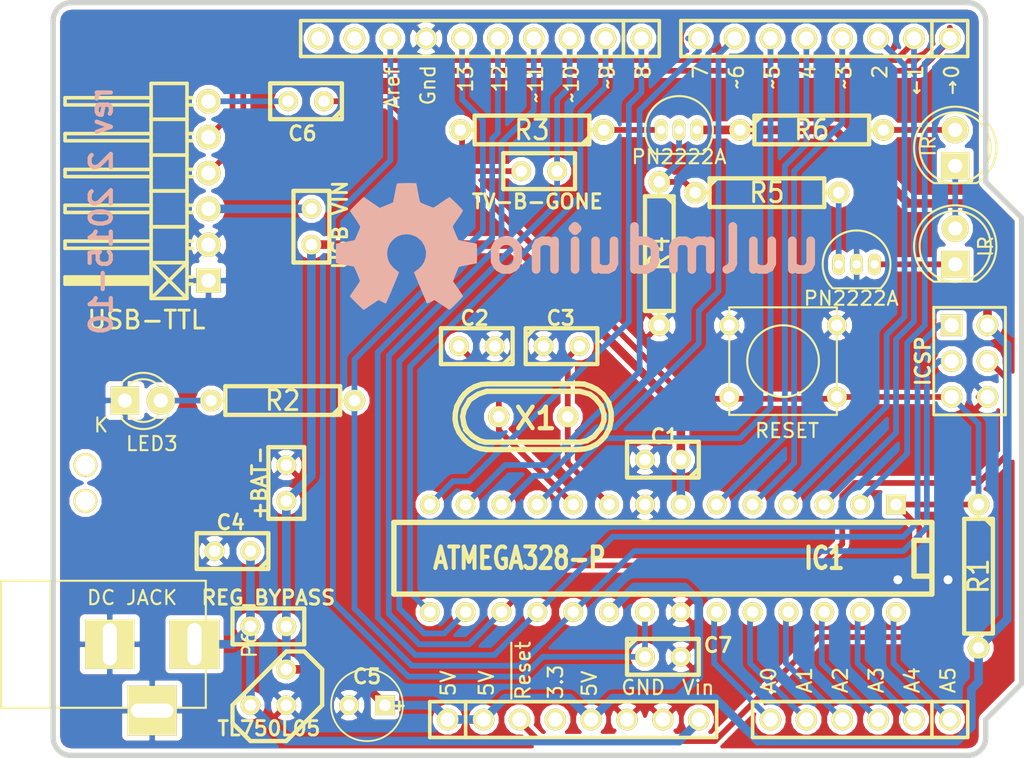
<source format=kicad_pcb>
(kicad_pcb (version 4) (host pcbnew 0.201510120346+6260~30~ubuntu14.04.1-product)
  (title_block (title uulmduino) (date 2015-10-12) (rev v2_0.95) (company "Uni Ulm, Fakultät IN, Die WissenSchaffer") (comment 1 "Based on Diavolino by Evil Mad Scientists") (comment 2 "Released as Free/Open Hardware"))
  (layers (0 Front signal) (31 Back signal) (34 B.Paste user) (35 F.Paste user) (36 B.SilkS user) (37 F.SilkS user) (38 B.Mask user) (39 F.Mask user) (44 Edge.Cuts user))
  (net 0 "")
  (net 1 5V)
  (net 2 AD4/SDA)
  (net 3 AD5/SCL)
  (net 4 GND)
  (net 5 IO11/MOSI)
  (net 6 IO12/MISO)
  (net 7 IO13/SCK)
  (net 8 RESET)
  (net 9 "Net-(C2-Pad2)")
  (net 10 "Net-(C3-Pad2)")
  (net 11 AREF)
  (net 12 VIN)
  (net 13 IO0)
  (net 14 IO1)
  (net 15 IO2)
  (net 16 IO3)
  (net 17 IO4)
  (net 18 IO5)
  (net 19 IO6)
  (net 20 IO7)
  (net 21 IO8)
  (net 22 IO9)
  (net 23 IO10/SS)
  (net 24 AD0)
  (net 25 AD1)
  (net 26 AD2)
  (net 27 AD3)
  (net 28 "Net-(J1-Pad3)")
  (net 29 "Net-(JP2-Pad2)")
  (net 30 "Net-(LED1-Pad1)")
  (net 31 3.3V)
  (net 32 "Net-(Q1-Pad2)")
  (net 33 "Net-(C6-Pad2)")
  (net 34 "Net-(LED1-Pad2)")
  (net 35 "Net-(P1-Pad10)")
  (net 36 "Net-(P1-Pad9)")
  (net 37 "Net-(LED2-Pad1)")
  (net 38 "Net-(LED3-Pad2)")
  (net 39 "Net-(Q1-Pad1)")
  (net 40 "Net-(Q2-Pad1)")
  (module LOGO (layer Back) (at 95.758 45.72)
    (fp_text reference G*** hide)
    (fp_text value LOGO hide)
  )
  (module Discret:C1 (layer Front) (at 113.919 60.833 180)
    (fp_text reference C1 (at -0.127 1.651 180) (layer F.SilkS) (effects (font (size 1.016 1.016) (thickness 0.2032))))
    (fp_text value 0.1µF hide)
    (pad 1 thru_hole circle (at -1.27 0 180) (size 1.397 1.397) (drill 0.8128) (layers *.Cu *.Mask F.SilkS) (net 1 5V))
    (pad 2 thru_hole circle (at 1.27 0 180) (size 1.397 1.397) (drill 0.8128) (layers *.Cu *.Mask F.SilkS) (net 4 GND))
  )
  (module Discret:C1 (layer Front) (at 100.739 52.788 180)
    (fp_text reference C2 (at 0.155 1.988 180) (layer F.SilkS) (effects (font (size 1.016 1.016) (thickness 0.2032))))
    (fp_text value 18pF hide)
    (pad 1 thru_hole circle (at -1.27 0 180) (size 1.397 1.397) (drill 0.8128) (layers *.Cu *.Mask F.SilkS) (net 4 GND))
    (pad 2 thru_hole circle (at 1.27 0 180) (size 1.397 1.397) (drill 0.8128) (layers *.Cu *.Mask F.SilkS) (net 9 "Net-(C2-Pad2)"))
  )
  (module Discret:C1 (layer Front) (at 106.739 52.788)
    (fp_text reference C3 (at -0.059 -1.988) (layer F.SilkS) (effects (font (size 1.016 1.016) (thickness 0.2032))))
    (fp_text value 18pF hide)
    (pad 1 thru_hole circle (at -1.27 0) (size 1.397 1.397) (drill 0.8128) (layers *.Cu *.Mask F.SilkS) (net 4 GND))
    (pad 2 thru_hole circle (at 1.27 0) (size 1.397 1.397) (drill 0.8128) (layers *.Cu *.Mask F.SilkS) (net 10 "Net-(C3-Pad2)"))
  )
  (module Discret:C1 (layer Front) (at 83.439 67.31 180)
    (fp_text reference C4 (at 0.127 2.032 180) (layer F.SilkS) (effects (font (size 1.016 1.016) (thickness 0.2032))))
    (fp_text value 0.1µF hide)
    (pad 1 thru_hole circle (at -1.27 0 180) (size 1.397 1.397) (drill 0.8128) (layers *.Cu *.Mask F.SilkS) (net 12 VIN))
    (pad 2 thru_hole circle (at 1.27 0 180) (size 1.397 1.397) (drill 0.8128) (layers *.Cu *.Mask F.SilkS) (net 4 GND))
  )
  (module Discret:C1 (layer Front) (at 88.646 35.433 180)
    (fp_text reference C6 (at 0.254 -2.286 180) (layer F.SilkS) (effects (font (size 1.016 1.016) (thickness 0.2032))))
    (fp_text value 0.1µF hide)
    (pad 1 thru_hole circle (at -1.27 0 180) (size 1.397 1.397) (drill 0.8128) (layers *.Cu *.Mask F.SilkS) (net 8 RESET))
    (pad 2 thru_hole circle (at 1.27 0 180) (size 1.397 1.397) (drill 0.8128) (layers *.Cu *.Mask F.SilkS) (net 33 "Net-(C6-Pad2)"))
  )
  (module Discret:C1 (layer Front) (at 113.919 74.803)
    (fp_text reference C7 (at 3.901 -0.823) (layer F.SilkS) (effects (font (size 1.016 1.016) (thickness 0.2032))))
    (fp_text value 0.1µF hide)
    (pad 1 thru_hole circle (at -1.27 0) (size 1.397 1.397) (drill 0.8128) (layers *.Cu *.Mask F.SilkS) (net 11 AREF))
    (pad 2 thru_hole circle (at 1.27 0) (size 1.397 1.397) (drill 0.8128) (layers *.Cu *.Mask F.SilkS) (net 4 GND))
  )
  (module Sockets_DIP:DIP-28__300 (layer Front) (at 113.919 67.818 180)
    (fp_text reference IC1 (at -11.43 0 180) (layer F.SilkS) (effects (font (size 1.524 1.143) (thickness 0.3048))))
    (fp_text value ATMEGA328-P (at 10.16 0 180) (layer F.SilkS) (effects (font (size 1.524 1.143) (thickness 0.3048))))
    (pad 2 thru_hole circle (at -13.97 3.81 180) (size 1.397 1.397) (drill 0.8128) (layers *.Cu *.Mask F.SilkS) (net 13 IO0))
    (pad 3 thru_hole circle (at -11.43 3.81 180) (size 1.397 1.397) (drill 0.8128) (layers *.Cu *.Mask F.SilkS) (net 14 IO1))
    (pad 4 thru_hole circle (at -8.89 3.81 180) (size 1.397 1.397) (drill 0.8128) (layers *.Cu *.Mask F.SilkS) (net 15 IO2))
    (pad 5 thru_hole circle (at -6.35 3.81 180) (size 1.397 1.397) (drill 0.8128) (layers *.Cu *.Mask F.SilkS) (net 16 IO3))
    (pad 6 thru_hole circle (at -3.81 3.81 180) (size 1.397 1.397) (drill 0.8128) (layers *.Cu *.Mask F.SilkS) (net 17 IO4))
    (pad 7 thru_hole circle (at -1.27 3.81 180) (size 1.397 1.397) (drill 0.8128) (layers *.Cu *.Mask F.SilkS) (net 1 5V))
    (pad 8 thru_hole circle (at 1.27 3.81 180) (size 1.397 1.397) (drill 0.8128) (layers *.Cu *.Mask F.SilkS) (net 4 GND))
    (pad 9 thru_hole circle (at 3.81 3.81 180) (size 1.397 1.397) (drill 0.8128) (layers *.Cu *.Mask F.SilkS) (net 10 "Net-(C3-Pad2)"))
    (pad 10 thru_hole circle (at 6.35 3.81 180) (size 1.397 1.397) (drill 0.8128) (layers *.Cu *.Mask F.SilkS) (net 9 "Net-(C2-Pad2)"))
    (pad 11 thru_hole circle (at 8.89 3.81 180) (size 1.397 1.397) (drill 0.8128) (layers *.Cu *.Mask F.SilkS) (net 18 IO5))
    (pad 12 thru_hole circle (at 11.43 3.81 180) (size 1.397 1.397) (drill 0.8128) (layers *.Cu *.Mask F.SilkS) (net 19 IO6))
    (pad 13 thru_hole circle (at 13.97 3.81 180) (size 1.397 1.397) (drill 0.8128) (layers *.Cu *.Mask F.SilkS) (net 20 IO7))
    (pad 14 thru_hole circle (at 16.51 3.81 180) (size 1.397 1.397) (drill 0.8128) (layers *.Cu *.Mask F.SilkS) (net 21 IO8))
    (pad 1 thru_hole rect (at -16.51 3.81 180) (size 1.397 1.397) (drill 0.8128) (layers *.Cu *.Mask F.SilkS) (net 8 RESET))
    (pad 15 thru_hole circle (at 16.51 -3.81 180) (size 1.397 1.397) (drill 0.8128) (layers *.Cu *.Mask F.SilkS) (net 22 IO9))
    (pad 16 thru_hole circle (at 13.97 -3.81 180) (size 1.397 1.397) (drill 0.8128) (layers *.Cu *.Mask F.SilkS) (net 23 IO10/SS))
    (pad 17 thru_hole circle (at 11.43 -3.81 180) (size 1.397 1.397) (drill 0.8128) (layers *.Cu *.Mask F.SilkS) (net 5 IO11/MOSI))
    (pad 18 thru_hole circle (at 8.89 -3.81 180) (size 1.397 1.397) (drill 0.8128) (layers *.Cu *.Mask F.SilkS) (net 6 IO12/MISO))
    (pad 19 thru_hole circle (at 6.35 -3.81 180) (size 1.397 1.397) (drill 0.8128) (layers *.Cu *.Mask F.SilkS) (net 7 IO13/SCK))
    (pad 20 thru_hole circle (at 3.81 -3.81 180) (size 1.397 1.397) (drill 0.8128) (layers *.Cu *.Mask F.SilkS) (net 1 5V))
    (pad 21 thru_hole circle (at 1.27 -3.81 180) (size 1.397 1.397) (drill 0.8128) (layers *.Cu *.Mask F.SilkS) (net 11 AREF))
    (pad 22 thru_hole circle (at -1.27 -3.81 180) (size 1.397 1.397) (drill 0.8128) (layers *.Cu *.Mask F.SilkS) (net 4 GND))
    (pad 23 thru_hole circle (at -3.81 -3.81 180) (size 1.397 1.397) (drill 0.8128) (layers *.Cu *.Mask F.SilkS) (net 24 AD0))
    (pad 24 thru_hole circle (at -6.35 -3.81 180) (size 1.397 1.397) (drill 0.8128) (layers *.Cu *.Mask F.SilkS) (net 25 AD1))
    (pad 25 thru_hole circle (at -8.89 -3.81 180) (size 1.397 1.397) (drill 0.8128) (layers *.Cu *.Mask F.SilkS) (net 26 AD2))
    (pad 26 thru_hole circle (at -11.43 -3.81 180) (size 1.397 1.397) (drill 0.8128) (layers *.Cu *.Mask F.SilkS) (net 27 AD3))
    (pad 27 thru_hole circle (at -13.97 -3.81 180) (size 1.397 1.397) (drill 0.8128) (layers *.Cu *.Mask F.SilkS) (net 2 AD4/SDA))
    (pad 28 thru_hole circle (at -16.51 -3.81 180) (size 1.397 1.397) (drill 0.8128) (layers *.Cu *.Mask F.SilkS) (net 3 AD5/SCL))
  )
  (module Pin_Headers:Pin_Header_Angled_1x06 (layer Front) (at 81.739 41.788 90)
    (fp_text reference USB-TTL (at -9.139 -4.396 180) (layer F.SilkS) (effects (font (size 1.27 1.27) (thickness 0.2032))))
    (fp_text value CONN_6 hide)
    (pad 1 thru_hole rect (at -6.35 0 90) (size 1.7272 1.7272) (drill 1.016) (layers *.Cu *.Mask F.SilkS) (net 4 GND))
    (pad 2 thru_hole circle (at -3.81 0 90) (size 1.7272 1.7272) (drill 1.016) (layers *.Cu *.Mask F.SilkS) (net 4 GND))
    (pad 3 thru_hole circle (at -1.27 0 90) (size 1.7272 1.7272) (drill 1.016) (layers *.Cu *.Mask F.SilkS) (net 28 "Net-(J1-Pad3)"))
    (pad 4 thru_hole circle (at 1.27 0 90) (size 1.7272 1.7272) (drill 1.016) (layers *.Cu *.Mask F.SilkS) (net 13 IO0))
    (pad 5 thru_hole circle (at 3.81 0 90) (size 1.7272 1.7272) (drill 1.016) (layers *.Cu *.Mask F.SilkS) (net 14 IO1))
    (pad 6 thru_hole circle (at 6.35 0 90) (size 1.7272 1.7272) (drill 1.016) (layers *.Cu *.Mask F.SilkS) (net 33 "Net-(C6-Pad2)"))
  )
  (module Connect:SIL-2 (layer Front) (at 89.027 44.323 270)
    (fp_text reference "USB VIN" (at -0.127 -2.032 270) (layer F.SilkS) (effects (font (size 1.016 1.016) (thickness 0.2032))))
    (fp_text value "VCC USB" hide)
    (pad 1 thru_hole circle (at -1.27 0 270) (size 1.397 1.397) (drill 0.8128) (layers *.Cu *.Mask F.SilkS) (net 28 "Net-(J1-Pad3)"))
    (pad 2 thru_hole circle (at 1.27 0 270) (size 1.397 1.397) (drill 0.8128) (layers *.Cu *.Mask F.SilkS) (net 1 5V))
  )
  (module Connect:SIL-2 (layer Front) (at 105.156 40.386 180)
    (fp_text reference TV-B-GONE (at 0.127 -2.159 180) (layer F.SilkS) (effects (font (size 1.016 1.016) (thickness 0.2032))))
    (fp_text value TV_B_GONE hide)
    (pad 1 thru_hole circle (at -1.27 0 180) (size 1.397 1.397) (drill 0.8128) (layers *.Cu *.Mask F.SilkS) (net 23 IO10/SS))
    (pad 2 thru_hole circle (at 1.27 0 180) (size 1.397 1.397) (drill 0.8128) (layers *.Cu *.Mask F.SilkS) (net 29 "Net-(JP2-Pad2)"))
  )
  (module Connect:SIL-2 (layer Front) (at 85.979 72.644)
    (fp_text reference REG_BYPASS (at 0 -2.032) (layer F.SilkS) (effects (font (size 1.016 1.016) (thickness 0.2032))))
    (fp_text value "Regulator bypass" hide)
    (pad 1 thru_hole circle (at -1.27 0) (size 1.397 1.397) (drill 0.8128) (layers *.Cu *.Mask F.SilkS) (net 12 VIN))
    (pad 2 thru_hole circle (at 1.27 0) (size 1.397 1.397) (drill 0.8128) (layers *.Cu *.Mask F.SilkS) (net 1 5V))
  )
  (module arduinoheaders:HEADER_100MIL_1R10P_PTH (layer Front) (at 100.965 30.988 180)
    (fp_text reference P1 hide)
    (fp_text value CONN_10 hide)
    (pad 10 thru_hole circle (at 11.43 0 180) (size 1.524 1.524) (drill 1.016) (layers *.Cu *.Mask F.SilkS) (net 35 "Net-(P1-Pad10)"))
    (pad 7 thru_hole circle (at 3.81 0 180) (size 1.524 1.524) (drill 1.016) (layers *.Cu *.Mask F.SilkS) (net 4 GND))
    (pad 6 thru_hole circle (at 1.27 0 180) (size 1.524 1.524) (drill 1.016) (layers *.Cu *.Mask F.SilkS) (net 7 IO13/SCK))
    (pad 8 thru_hole circle (at 6.35 0 180) (size 1.524 1.524) (drill 1.016) (layers *.Cu *.Mask F.SilkS) (net 11 AREF))
    (pad 9 thru_hole circle (at 8.89 0 180) (size 1.524 1.524) (drill 1.016) (layers *.Cu *.Mask F.SilkS) (net 36 "Net-(P1-Pad9)"))
    (pad 5 thru_hole circle (at -1.27 0 180) (size 1.524 1.524) (drill 1.016) (layers *.Cu *.Mask F.SilkS) (net 6 IO12/MISO))
    (pad 4 thru_hole circle (at -3.81 0 180) (size 1.524 1.524) (drill 1.016) (layers *.Cu *.Mask F.SilkS) (net 5 IO11/MOSI))
    (pad 1 thru_hole circle (at -11.43 0 180) (size 1.524 1.524) (drill 1.016) (layers *.Cu *.Mask F.SilkS) (net 21 IO8))
    (pad 2 thru_hole circle (at -8.89 0 180) (size 1.524 1.524) (drill 1.016) (layers *.Cu *.Mask F.SilkS) (net 22 IO9))
    (pad 3 thru_hole circle (at -6.35 0 180) (size 1.524 1.524) (drill 1.016) (layers *.Cu *.Mask F.SilkS) (net 23 IO10/SS))
  )
  (module arduinoheaders:HEADER_100MIL_1R8P_PTH (layer Front) (at 125.349 30.988 180)
    (fp_text reference P2 hide)
    (fp_text value CONN_8 hide)
    (pad 7 thru_hole circle (at 6.35 0 180) (size 1.524 1.524) (drill 1.016) (layers *.Cu *.Mask F.SilkS) (net 19 IO6))
    (pad 6 thru_hole circle (at 3.81 0 180) (size 1.524 1.524) (drill 1.016) (layers *.Cu *.Mask F.SilkS) (net 18 IO5))
    (pad 8 thru_hole circle (at 8.89 0 180) (size 1.524 1.524) (drill 1.016) (layers *.Cu *.Mask F.SilkS) (net 20 IO7))
    (pad 5 thru_hole circle (at 1.27 0 180) (size 1.524 1.524) (drill 1.016) (layers *.Cu *.Mask F.SilkS) (net 17 IO4))
    (pad 4 thru_hole circle (at -1.27 0 180) (size 1.524 1.524) (drill 1.016) (layers *.Cu *.Mask F.SilkS) (net 16 IO3))
    (pad 1 thru_hole circle (at -8.89 0 180) (size 1.524 1.524) (drill 1.016) (layers *.Cu *.Mask F.SilkS) (net 13 IO0))
    (pad 2 thru_hole circle (at -6.35 0 180) (size 1.524 1.524) (drill 1.016) (layers *.Cu *.Mask F.SilkS) (net 14 IO1))
    (pad 3 thru_hole circle (at -3.81 0 180) (size 1.524 1.524) (drill 1.016) (layers *.Cu *.Mask F.SilkS) (net 15 IO2))
  )
  (module arduinoheaders:HEADER_100MIL_1R6P_PTH (layer Front) (at 127.889 79.248 180)
    (fp_text reference P3 hide)
    (fp_text value CONN_6 hide)
    (pad 6 thru_hole circle (at 6.35 0 180) (size 1.524 1.524) (drill 1.016) (layers *.Cu *.Mask F.SilkS) (net 24 AD0))
    (pad 5 thru_hole circle (at 3.81 0 180) (size 1.524 1.524) (drill 1.016) (layers *.Cu *.Mask F.SilkS) (net 25 AD1))
    (pad 4 thru_hole circle (at 1.27 0 180) (size 1.524 1.524) (drill 1.016) (layers *.Cu *.Mask F.SilkS) (net 26 AD2))
    (pad 1 thru_hole circle (at -6.35 0 180) (size 1.524 1.524) (drill 1.016) (layers *.Cu *.Mask F.SilkS) (net 3 AD5/SCL))
    (pad 2 thru_hole circle (at -3.81 0 180) (size 1.524 1.524) (drill 1.016) (layers *.Cu *.Mask F.SilkS) (net 2 AD4/SDA))
    (pad 3 thru_hole circle (at -1.27 0 180) (size 1.524 1.524) (drill 1.016) (layers *.Cu *.Mask F.SilkS) (net 27 AD3))
  )
  (module arduinoheaders:HEADER_100MIL_1R8P_PTH (layer Front) (at 107.569 79.248)
    (fp_text reference P4 hide)
    (fp_text value CONN_8 hide)
    (pad 7 thru_hole circle (at 6.35 0) (size 1.524 1.524) (drill 1.016) (layers *.Cu *.Mask F.SilkS) (net 4 GND))
    (pad 6 thru_hole circle (at 3.81 0) (size 1.524 1.524) (drill 1.016) (layers *.Cu *.Mask F.SilkS) (net 4 GND))
    (pad 8 thru_hole circle (at 8.89 0) (size 1.524 1.524) (drill 1.016) (layers *.Cu *.Mask F.SilkS) (net 12 VIN))
    (pad 5 thru_hole circle (at 1.27 0) (size 1.524 1.524) (drill 1.016) (layers *.Cu *.Mask F.SilkS) (net 1 5V))
    (pad 4 thru_hole circle (at -1.27 0) (size 1.524 1.524) (drill 1.016) (layers *.Cu *.Mask F.SilkS) (net 31 3.3V))
    (pad 1 thru_hole circle (at -8.89 0) (size 1.524 1.524) (drill 1.016) (layers *.Cu *.Mask F.SilkS) (net 1 5V))
    (pad 2 thru_hole circle (at -6.35 0) (size 1.524 1.524) (drill 1.016) (layers *.Cu *.Mask F.SilkS) (net 1 5V))
    (pad 3 thru_hole circle (at -3.81 0) (size 1.524 1.524) (drill 1.016) (layers *.Cu *.Mask F.SilkS) (net 8 RESET))
  )
  (module arduinoheaders:pin_array_3x2 (layer Front) (at 135.636 53.848 270)
    (fp_text reference ICSP (at 0 3.302 270) (layer F.SilkS) (effects (font (size 1.016 1.016) (thickness 0.2032))))
    (fp_text value CONN_3X2 hide)
    (pad 1 thru_hole rect (at -2.54 1.27 270) (size 1.524 1.524) (drill 1.016) (layers *.Cu *.Mask F.SilkS) (net 6 IO12/MISO))
    (pad 2 thru_hole circle (at -2.54 -1.27 270) (size 1.524 1.524) (drill 1.016) (layers *.Cu *.Mask F.SilkS) (net 1 5V))
    (pad 3 thru_hole circle (at 0 1.27 270) (size 1.524 1.524) (drill 1.016) (layers *.Cu *.Mask F.SilkS) (net 7 IO13/SCK))
    (pad 4 thru_hole circle (at 0 -1.27 270) (size 1.524 1.524) (drill 1.016) (layers *.Cu *.Mask F.SilkS) (net 5 IO11/MOSI))
    (pad 5 thru_hole circle (at 2.54 1.27 270) (size 1.524 1.524) (drill 1.016) (layers *.Cu *.Mask F.SilkS) (net 8 RESET))
    (pad 6 thru_hole circle (at 2.54 -1.27 270) (size 1.524 1.524) (drill 1.016) (layers *.Cu *.Mask F.SilkS) (net 4 GND))
  )
  (module Connect:SIL-2 (layer Front) (at 87.249 62.484 90)
    (fp_text reference +BAT- (at 0 -1.905 90) (layer F.SilkS) (effects (font (size 1.016 1.016) (thickness 0.2032))))
    (fp_text value "BATTERY IN" hide)
    (pad 1 thru_hole circle (at -1.27 0 90) (size 1.397 1.397) (drill 0.8128) (layers *.Cu *.Mask F.SilkS) (net 1 5V))
    (pad 2 thru_hole circle (at 1.27 0 90) (size 1.397 1.397) (drill 0.8128) (layers *.Cu *.Mask F.SilkS) (net 4 GND))
  )
  (module Discret:R4 (layer Front) (at 136.271 69.088 270)
    (fp_text reference R1 (at 0 0 270) (layer F.SilkS) (effects (font (size 1.397 1.27) (thickness 0.2032))))
    (fp_text value 10k hide)
    (pad 1 thru_hole circle (at -5.08 0 270) (size 1.524 1.524) (drill 0.8128) (layers *.Cu *.Mask F.SilkS) (net 8 RESET))
    (pad 2 thru_hole circle (at 5.08 0 270) (size 1.524 1.524) (drill 0.8128) (layers *.Cu *.Mask F.SilkS) (net 1 5V))
  )
  (module Discret:R4 (layer Front) (at 86.995 56.642 180)
    (fp_text reference R2 (at 0 0 180) (layer F.SilkS) (effects (font (size 1.397 1.27) (thickness 0.2032))))
    (fp_text value 1k hide)
    (pad 1 thru_hole circle (at -5.08 0 180) (size 1.524 1.524) (drill 0.8128) (layers *.Cu *.Mask F.SilkS) (net 7 IO13/SCK))
    (pad 2 thru_hole circle (at 5.08 0 180) (size 1.524 1.524) (drill 0.8128) (layers *.Cu *.Mask F.SilkS) (net 38 "Net-(LED3-Pad2)"))
  )
  (module Discret:R4 (layer Front) (at 104.648 37.465 180)
    (fp_text reference R3 (at 0 0 180) (layer F.SilkS) (effects (font (size 1.397 1.27) (thickness 0.2032))))
    (fp_text value R hide)
    (pad 1 thru_hole circle (at -5.08 0 180) (size 1.524 1.524) (drill 0.8128) (layers *.Cu *.Mask F.SilkS) (net 39 "Net-(Q1-Pad1)"))
    (pad 2 thru_hole circle (at 5.08 0 180) (size 1.524 1.524) (drill 0.8128) (layers *.Cu *.Mask F.SilkS) (net 29 "Net-(JP2-Pad2)"))
  )
  (module Discret:R4 (layer Front) (at 113.665 46.228 270)
    (fp_text reference R4 (at 0 0 270) (layer F.SilkS) (effects (font (size 1.397 1.27) (thickness 0.2032))))
    (fp_text value 10k hide)
    (pad 1 thru_hole circle (at -5.08 0 270) (size 1.524 1.524) (drill 0.8128) (layers *.Cu *.Mask F.SilkS) (net 32 "Net-(Q1-Pad2)"))
    (pad 2 thru_hole circle (at 5.08 0 270) (size 1.524 1.524) (drill 0.8128) (layers *.Cu *.Mask F.SilkS) (net 4 GND))
  )
  (module Discret:R4 (layer Front) (at 121.285 41.91)
    (fp_text reference R5 (at 0 0) (layer F.SilkS) (effects (font (size 1.397 1.27) (thickness 0.2032))))
    (fp_text value 100 hide)
    (pad 1 thru_hole circle (at -5.08 0) (size 1.524 1.524) (drill 0.8128) (layers *.Cu *.Mask F.SilkS) (net 32 "Net-(Q1-Pad2)"))
    (pad 2 thru_hole circle (at 5.08 0) (size 1.524 1.524) (drill 0.8128) (layers *.Cu *.Mask F.SilkS) (net 40 "Net-(Q2-Pad1)"))
  )
  (module Discret:R4 (layer Front) (at 124.46 37.465)
    (fp_text reference R6 (at 0 0) (layer F.SilkS) (effects (font (size 1.397 1.27) (thickness 0.2032))))
    (fp_text value 220 hide)
    (pad 1 thru_hole circle (at -5.08 0) (size 1.524 1.524) (drill 0.8128) (layers *.Cu *.Mask F.SilkS) (net 1 5V))
    (pad 2 thru_hole circle (at 5.08 0) (size 1.524 1.524) (drill 0.8128) (layers *.Cu *.Mask F.SilkS) (net 34 "Net-(LED1-Pad2)"))
  )
  (module Discret:LM78XX-TO92 (layer Front) (at 85.979 76.962 180)
    (fp_text reference U1 hide)
    (fp_text value TL750L05 (at -0.041 -2.918 180) (layer F.SilkS) (effects (font (size 1.016 1.016) (thickness 0.2032))))
    (pad VI thru_hole circle (at 1.27 -1.27 180) (size 1.397 1.397) (drill 0.8128) (layers *.Cu *.Mask F.SilkS) (net 12 VIN))
    (pad GND thru_hole circle (at -1.27 -1.27 180) (size 1.397 1.397) (drill 0.8128) (layers *.Cu *.Mask F.SilkS) (net 4 GND))
    (pad VO thru_hole circle (at -1.27 1.27 180) (size 1.397 1.397) (drill 0.8128) (layers *.Cu *.Mask F.SilkS) (net 1 5V))
  )
  (module Crystals:Crystal_HC49-U_Vertical (layer Front) (at 104.739 57.788 180)
    (fp_text reference X1 (at -0.163 -0.124 180) (layer F.SilkS) (effects (font (thickness 0.3048))))
    (fp_text value "16 MHz" hide)
    (pad 1 thru_hole circle (at -2.44094 0 180) (size 1.50114 1.50114) (drill 0.8001) (layers *.Cu *.Mask F.SilkS) (net 10 "Net-(C3-Pad2)"))
    (pad 2 thru_hole circle (at 2.44094 0 180) (size 1.50114 1.50114) (drill 0.8001) (layers *.Cu *.Mask F.SilkS) (net 9 "Net-(C2-Pad2)"))
  )
  (module Discret:C1V5 (layer Front) (at 92.964 78.232 180)
    (fp_text reference C5 (at 0 2.032 180) (layer F.SilkS) (effects (font (size 1.016 1.016) (thickness 0.2032))))
    (fp_text value 10µF hide)
    (fp_text user + (at -2.286 0 180) (layer F.SilkS) (effects (font (size 0.762 0.762) (thickness 0.2032))))
    (pad 1 thru_hole rect (at -1.27 0 180) (size 1.397 1.397) (drill 0.8128) (layers *.Cu *.Mask F.SilkS) (net 1 5V))
    (pad 2 thru_hole circle (at 1.27 0 180) (size 1.397 1.397) (drill 0.8128) (layers *.Cu *.Mask F.SilkS) (net 4 GND))
  )
  (module arduinoheaders:1pin_mechanical (layer Front) (at 73.025 61.214)
    (fp_text reference 1PIN hide)
    (fp_text value P*** hide)
    (pad "" np_thru_hole circle (at 0 0) (size 1.6764 1.6764) (drill 1.3716) (layers *.Cu *.Mask F.SilkS))
  )
  (module arduinoheaders:1pin_mechanical (layer Front) (at 73.025 63.754)
    (fp_text reference 1PIN hide)
    (fp_text value P*** hide)
    (pad "" np_thru_hole circle (at 0 0) (size 1.6764 1.6764) (drill 1.3716) (layers *.Cu *.Mask F.SilkS))
  )
  (module Connect:BARREL_JACK (layer Front) (at 74.549 73.914)
    (fp_text reference P6 (at 10.09904 0 90) (layer F.SilkS))
    (fp_text value "DC JACK" (at 1.778 -3.302) (layer F.SilkS))
    (pad 1 thru_hole rect (at 6.20014 0) (size 3.50012 3.50012) (drill oval 1.00076 2.99974) (layers *.Cu *.Mask F.SilkS) (net 12 VIN))
    (pad 2 thru_hole rect (at 0.20066 0) (size 3.50012 3.50012) (drill oval 1.00076 2.99974) (layers *.Cu *.Mask F.SilkS) (net 4 GND))
    (pad 3 thru_hole rect (at 3.2004 4.699) (size 3.50012 3.50012) (drill oval 2.99974 1.00076) (layers *.Cu *.Mask F.SilkS) (net 4 GND))
  )
  (module Buttons_Switches_ThroughHole:SW_PUSH_SMALL (layer Front) (at 122.428 53.848)
    (fp_text reference SW1 hide)
    (fp_text value RESET (at 0.2794 4.9276) (layer F.SilkS))
    (pad 1 thru_hole circle (at 3.81 -2.54) (size 1.397 1.397) (drill 0.8128) (layers *.Cu *.Mask F.SilkS) (net 4 GND))
    (pad 2 thru_hole circle (at 3.81 2.54) (size 1.397 1.397) (drill 0.8128) (layers *.Cu *.Mask F.SilkS) (net 8 RESET))
    (pad 1 thru_hole circle (at -3.81 -2.54) (size 1.397 1.397) (drill 0.8128) (layers *.Cu *.Mask F.SilkS) (net 4 GND))
    (pad 2 thru_hole circle (at -3.81 2.54) (size 1.397 1.397) (drill 0.8128) (layers *.Cu *.Mask F.SilkS) (net 8 RESET))
  )
  (module Housings_TO-92:TO-92_Inline_Narrow_Oval (layer Front) (at 113.792 37.465)
    (fp_text reference Q1 hide)
    (fp_text value PN2222A (at 1.27 1.905) (layer F.SilkS))
    (pad 2 thru_hole oval (at 1.27 0 180) (size 0.89916 1.50114) (drill 0.6) (layers *.Cu *.Mask F.SilkS) (net 32 "Net-(Q1-Pad2)"))
    (pad 3 thru_hole oval (at 2.54 0 180) (size 0.89916 1.50114) (drill 0.6) (layers *.Cu *.Mask F.SilkS) (net 1 5V))
    (pad 1 thru_hole oval (at 0 0 180) (size 0.89916 1.50114) (drill 0.6) (layers *.Cu *.Mask F.SilkS) (net 39 "Net-(Q1-Pad1)"))
  )
  (module Housings_TO-92:TO-92_Inline_Narrow_Oval (layer Front) (at 126.365 46.99)
    (fp_text reference Q2 hide)
    (fp_text value PN2222A (at 0.889 2.413) (layer F.SilkS))
    (pad 2 thru_hole oval (at 1.27 0 180) (size 0.89916 1.50114) (drill 0.6) (layers *.Cu *.Mask F.SilkS) (net 4 GND))
    (pad 3 thru_hole oval (at 2.54 0 180) (size 0.89916 1.50114) (drill 0.6) (layers *.Cu *.Mask F.SilkS) (net 37 "Net-(LED2-Pad1)"))
    (pad 1 thru_hole oval (at 0 0 180) (size 0.89916 1.50114) (drill 0.6) (layers *.Cu *.Mask F.SilkS) (net 40 "Net-(Q2-Pad1)"))
  )
  (module LEDs:LED-5MM (layer Front) (at 134.62 40.005 90)
    (fp_text reference LED1 hide)
    (fp_text value IR (at 1.397 -1.905 90) (layer F.SilkS))
    (pad 1 thru_hole rect (at 0 0 180) (size 2 1.9) (drill 1.00076) (layers *.Cu *.Mask F.SilkS) (net 30 "Net-(LED1-Pad1)"))
    (pad 2 thru_hole circle (at 2.54 0 90) (size 1.9 1.9) (drill 1.00076) (layers *.Cu *.Mask F.SilkS) (net 34 "Net-(LED1-Pad2)"))
  )
  (module LEDs:LED-5MM (layer Front) (at 134.62 46.99 90)
    (fp_text reference LED2 hide)
    (fp_text value IR (at 1.27 2.159 90) (layer F.SilkS))
    (pad 1 thru_hole rect (at 0 0 180) (size 2 1.9) (drill 1.00076) (layers *.Cu *.Mask F.SilkS) (net 37 "Net-(LED2-Pad1)"))
    (pad 2 thru_hole circle (at 2.54 0 90) (size 1.9 1.9) (drill 1.00076) (layers *.Cu *.Mask F.SilkS) (net 30 "Net-(LED1-Pad1)"))
  )
  (module LEDs:LED-3MM (layer Front) (at 75.819 56.642)
    (fp_text reference LED3 (at 1.91 3.06) (layer F.SilkS))
    (fp_text value PIN13)
    (fp_text user K (at -1.69 1.74) (layer F.SilkS))
    (pad 1 thru_hole rect (at 0 0 90) (size 2 2) (drill 1.00076) (layers *.Cu *.Mask F.SilkS) (net 4 GND))
    (pad 2 thru_hole circle (at 2.54 0) (size 2 2) (drill 1.00076) (layers *.Cu *.Mask F.SilkS) (net 38 "Net-(LED3-Pad2)"))
  )
  (gr_text "rev 2 2015-10" (at 74.1426 43.2054 90) (layer B.SilkS) (effects (font (size 1.5 1.5) (thickness 0.3)) (justify mirror)))
  (gr_text Aref (at 94.742 32.893 90) (layer F.SilkS) (effects (font (size 1.016 1.016) (thickness 0.1524)) (justify right)))
  (gr_text Gnd (at 97.282 32.766 90) (layer F.SilkS) (effects (font (size 1.016 1.016) (thickness 0.1524)) (justify right)))
  (gr_text 13 (at 99.949 32.766 90) (layer F.SilkS) (effects (font (size 1.016 1.016) (thickness 0.1524)) (justify right)))
  (gr_text 12 (at 102.362 32.766 90) (layer F.SilkS) (effects (font (size 1.016 1.016) (thickness 0.1524)) (justify right)))
  (gr_text ~~11 (at 104.902 32.766 90) (layer F.SilkS) (effects (font (size 1.016 1.016) (thickness 0.1524)) (justify right)))
  (gr_text ~~10 (at 107.442 32.766 90) (layer F.SilkS) (effects (font (size 1.016 1.016) (thickness 0.1524)) (justify right)))
  (gr_text ~~9 (at 109.982 32.766 90) (layer F.SilkS) (effects (font (size 1.016 1.016) (thickness 0.1524)) (justify right)))
  (gr_text 8 (at 112.522 32.766 90) (layer F.SilkS) (effects (font (size 1.016 1.016) (thickness 0.1524)) (justify right)))
  (gr_text ~Reset (at 104.02 75.78 90) (layer F.SilkS) (effects (font (size 1.016 1.016) (thickness 0.1524))))
  (gr_text 7 (at 116.586 32.766 90) (layer F.SilkS) (effects (font (size 1.016 1.016) (thickness 0.1524)) (justify right)))
  (gr_text ~~6 (at 119.126 32.766 90) (layer F.SilkS) (effects (font (size 1.016 1.016) (thickness 0.1524)) (justify right)))
  (gr_text ~~5 (at 121.666 32.766 90) (layer F.SilkS) (effects (font (size 1.016 1.016) (thickness 0.1524)) (justify right)))
  (gr_text 4 (at 124.206 32.766 90) (layer F.SilkS) (effects (font (size 1.016 1.016) (thickness 0.1524)) (justify right)))
  (gr_text ~~3 (at 126.746 32.766 90) (layer F.SilkS) (effects (font (size 1.016 1.016) (thickness 0.1524)) (justify right)))
  (gr_text 2 (at 129.286 32.766 90) (layer F.SilkS) (effects (font (size 1.016 1.016) (thickness 0.1524)) (justify right)))
  (gr_text ←1 (at 131.826 32.766 90) (layer F.SilkS) (effects (font (size 1.016 1.016) (thickness 0.1524)) (justify right)))
  (gr_text →0 (at 134.366 32.766 90) (layer F.SilkS) (effects (font (size 1.016 1.016) (thickness 0.1524)) (justify right)))
  (gr_text A3 (at 129.032 76.454 90) (layer F.SilkS) (effects (font (size 1.016 1.016) (thickness 0.1524))))
  (gr_text A5 (at 134.112 76.454 90) (layer F.SilkS) (effects (font (size 1.016 1.016) (thickness 0.1524))))
  (gr_text A0 (at 121.412 76.454 90) (layer F.SilkS) (effects (font (size 1.016 1.016) (thickness 0.1524))))
  (gr_text A2 (at 126.492 76.454 90) (layer F.SilkS) (effects (font (size 1.016 1.016) (thickness 0.1524))))
  (gr_text A1 (at 123.952 76.454 90) (layer F.SilkS) (effects (font (size 1.016 1.016) (thickness 0.1524))))
  (gr_text A4 (at 131.572 76.454 90) (layer F.SilkS) (effects (font (size 1.016 1.016) (thickness 0.1524))))
  (gr_text 5V (at 98.72 76.68 90) (layer F.SilkS) (effects (font (size 1.016 1.016) (thickness 0.1524))))
  (gr_text 5V (at 101.42 76.68 90) (layer F.SilkS) (effects (font (size 1.016 1.016) (thickness 0.1524))))
  (gr_text Vin (at 116.42 76.98) (layer F.SilkS) (effects (font (size 1.016 1.016) (thickness 0.1524))))
  (gr_text GND (at 112.52 76.98) (layer F.SilkS) (effects (font (size 1.016 1.016) (thickness 0.1524))))
  (gr_text 5V (at 108.712 76.708 90) (layer F.SilkS) (effects (font (size 1.016 1.016) (thickness 0.1524))))
  (gr_text 3.3 (at 106.32 76.58 90) (layer F.SilkS) (effects (font (size 1.016 1.016) (thickness 0.1524))))
  (gr_text uulmduino (at 113.284 45.974) (layer B.SilkS) (effects (font (size 3.048 3.048) (thickness 0.6096)) (justify mirror)))
  (gr_arc (start 135.509 80.518) (end 136.779 80.518) (angle 90) (layer Edge.Cuts) (width 0.381))
  (gr_arc (start 135.509 29.718) (end 135.509 28.448) (angle 90) (layer Edge.Cuts) (width 0.381))
  (gr_line (start 136.779 79.248) (end 136.779 80.518) (angle 90) (layer Edge.Cuts) (width 0.381))
  (gr_line (start 139.319 76.708) (end 136.779 79.248) (angle 90) (layer Edge.Cuts) (width 0.381))
  (gr_line (start 139.319 43.688) (end 139.319 76.708) (angle 90) (layer Edge.Cuts) (width 0.381))
  (gr_line (start 136.779 41.148) (end 139.319 43.688) (angle 90) (layer Edge.Cuts) (width 0.381))
  (gr_line (start 136.779 29.718) (end 136.779 41.148) (angle 90) (layer Edge.Cuts) (width 0.381))
  (gr_line (start 72.009 28.448) (end 135.509 28.448) (angle 90) (layer Edge.Cuts) (width 0.381))
  (gr_arc (start 72.009 29.718) (end 70.739 29.718) (angle 90) (layer Edge.Cuts) (width 0.381))
  (gr_line (start 70.739 80.518) (end 70.739 29.718) (angle 90) (layer Edge.Cuts) (width 0.381))
  (gr_arc (start 72.009 80.518) (end 72.009 81.788) (angle 90) (layer Edge.Cuts) (width 0.381))
  (gr_line (start 72.009 81.788) (end 135.509 81.788) (angle 90) (layer Edge.Cuts) (width 0.381))
  (segment (start 119.38 37.465) (end 116.332 37.465) (width 0.6096) (layer Front) (net 1))
  (segment (start 89.027 45.593) (end 103.378 45.593) (width 0.6096) (layer Front) (net 1))
  (segment (start 103.378 45.593) (end 115.189 57.404) (width 0.6096) (layer Front) (net 1))
  (segment (start 115.189 57.404) (end 115.189 60.833) (width 0.6096) (layer Front) (net 1))
  (segment (start 119.38 37.465) (end 126.111 37.465) (width 0.6096) (layer Front) (net 1))
  (segment (start 136.906 43.942) (end 136.906 51.308) (width 0.6096) (layer Front) (net 1))
  (segment (start 135.636 42.672) (end 136.906 43.942) (width 0.6096) (layer Front) (net 1))
  (segment (start 131.318 42.672) (end 135.636 42.672) (width 0.6096) (layer Front) (net 1))
  (segment (start 126.111 37.465) (end 131.318 42.672) (width 0.6096) (layer Front) (net 1))
  (segment (start 89.027 45.593) (end 89.027 61.976) (width 0.6096) (layer Back) (net 1))
  (segment (start 89.027 61.976) (end 87.249 63.754) (width 0.6096) (layer Back) (net 1))
  (segment (start 108.839 79.248) (end 110.363 77.724) (width 0.6096) (layer Back) (net 1))
  (segment (start 110.363 77.724) (end 114.935 77.724) (width 0.6096) (layer Back) (net 1))
  (segment (start 116.459 70.866) (end 115.443 69.85) (width 0.6096) (layer Back) (net 1))
  (segment (start 116.459 76.2) (end 116.459 70.866) (width 0.6096) (layer Back) (net 1))
  (segment (start 115.951 76.708) (end 116.459 76.2) (width 0.6096) (layer Back) (net 1))
  (segment (start 111.887 69.85) (end 110.109 71.628) (width 0.6096) (layer Back) (net 1))
  (segment (start 114.935 77.724) (end 115.951 76.708) (width 0.6096) (layer Back) (net 1))
  (segment (start 115.443 69.85) (end 111.887 69.85) (width 0.6096) (layer Back) (net 1))
  (segment (start 115.189 60.833) (end 115.189 64.008) (width 0.6096) (layer Back) (net 1))
  (segment (start 87.249 63.754) (end 87.249 66.294) (width 0.6096) (layer Back) (net 1))
  (segment (start 87.249 66.294) (end 87.249 72.644) (width 0.6096) (layer Back) (net 1))
  (segment (start 101.219 79.248) (end 101.219 78.74) (width 0.4064) (layer Back) (net 1))
  (segment (start 98.679 79.248) (end 101.219 79.248) (width 0.6096) (layer Back) (net 1))
  (segment (start 101.219 79.248) (end 101.346 79.248) (width 0.4064) (layer Back) (net 1))
  (segment (start 87.249 72.644) (end 87.249 75.692) (width 0.6096) (layer Back) (net 1))
  (segment (start 97.663 78.232) (end 98.679 79.248) (width 0.6096) (layer Back) (net 1))
  (segment (start 94.234 78.232) (end 97.663 78.232) (width 0.6096) (layer Back) (net 1))
  (segment (start 107.315 77.724) (end 102.743 77.724) (width 0.6096) (layer Back) (net 1))
  (segment (start 102.743 77.724) (end 101.219 79.248) (width 0.6096) (layer Back) (net 1))
  (segment (start 108.839 79.248) (end 107.315 77.724) (width 0.6096) (layer Back) (net 1))
  (segment (start 117.602 77.724) (end 114.935 77.724) (width 0.6096) (layer Back) (net 1))
  (segment (start 120.65 80.772) (end 117.602 77.724) (width 0.6096) (layer Back) (net 1))
  (segment (start 134.747 80.772) (end 120.65 80.772) (width 0.6096) (layer Back) (net 1))
  (segment (start 135.763 79.756) (end 134.747 80.772) (width 0.6096) (layer Back) (net 1))
  (segment (start 135.763 77.089) (end 135.763 79.756) (width 0.6096) (layer Back) (net 1))
  (segment (start 136.271 76.581) (end 135.763 77.089) (width 0.6096) (layer Back) (net 1))
  (segment (start 136.271 74.168) (end 136.271 76.581) (width 0.6096) (layer Back) (net 1))
  (segment (start 138.303 52.705) (end 138.303 72.136) (width 0.6096) (layer Back) (net 1))
  (segment (start 138.303 72.136) (end 136.271 74.168) (width 0.6096) (layer Back) (net 1))
  (segment (start 136.906 51.308) (end 138.303 52.705) (width 0.6096) (layer Back) (net 1))
  (segment (start 91.694 75.692) (end 94.234 78.232) (width 0.6096) (layer Front) (net 1))
  (segment (start 87.249 75.692) (end 91.694 75.692) (width 0.6096) (layer Front) (net 1))
  (segment (start 127.709 71.598) (end 127.709 75.258) (width 0.4064) (layer Back) (net 2))
  (segment (start 127.709 75.258) (end 131.699 79.248) (width 0.4064) (layer Back) (net 2))
  (segment (start 130.249 71.598) (end 130.249 75.258) (width 0.4064) (layer Back) (net 3))
  (segment (start 130.249 75.258) (end 134.239 79.248) (width 0.4064) (layer Back) (net 3))
  (segment (start 136.906 56.388) (end 136.271 56.388) (width 0.4064) (layer Front) (net 4))
  (via (at 134.112 69.342) (size 0.889) (layers Front Back) (net 4))
  (segment (start 130.556 69.342) (end 134.112 69.342) (width 0.4064) (layer Back) (net 4))
  (via (at 130.556 69.342) (size 0.889) (layers Front Back) (net 4))
  (segment (start 117.348 69.342) (end 130.556 69.342) (width 0.4064) (layer Front) (net 4))
  (segment (start 115.189 71.501) (end 117.348 69.342) (width 0.4064) (layer Front) (net 4))
  (segment (start 115.189 71.628) (end 115.189 71.501) (width 0.4064) (layer Front) (net 4))
  (segment (start 73.93966 73.788) (end 73.93966 72.87234) (width 0.4064) (layer Back) (net 4))
  (segment (start 102.489 71.628) (end 102.489 71.374) (width 0.4064) (layer Front) (net 5))
  (segment (start 136.906 53.848) (end 137.414 53.848) (width 0.4064) (layer Front) (net 5))
  (segment (start 138.303 55.118) (end 138.303 60.452) (width 0.4064) (layer Front) (net 5))
  (segment (start 138.303 60.452) (end 136.271 62.484) (width 0.4064) (layer Front) (net 5))
  (segment (start 136.271 62.484) (end 127.508 62.484) (width 0.4064) (layer Front) (net 5))
  (segment (start 127.508 62.484) (end 126.619 63.373) (width 0.4064) (layer Front) (net 5))
  (segment (start 126.619 63.373) (end 126.619 66.802) (width 0.4064) (layer Front) (net 5))
  (segment (start 126.619 66.802) (end 125.095 68.326) (width 0.4064) (layer Front) (net 5))
  (segment (start 125.095 68.326) (end 105.791 68.326) (width 0.4064) (layer Front) (net 5))
  (segment (start 105.791 68.326) (end 102.489 71.628) (width 0.4064) (layer Front) (net 5))
  (segment (start 137.033 53.848) (end 138.303 55.118) (width 0.4064) (layer Front) (net 5))
  (segment (start 136.906 53.848) (end 137.033 53.848) (width 0.4064) (layer Front) (net 5))
  (segment (start 104.775 36.068) (end 102.489 38.354) (width 0.4064) (layer Back) (net 5))
  (segment (start 102.489 38.354) (end 102.489 45.466) (width 0.4064) (layer Back) (net 5))
  (segment (start 102.489 45.466) (end 94.510475 53.444525) (width 0.4064) (layer Back) (net 5))
  (segment (start 94.510475 53.444525) (end 94.510475 71.752073) (width 0.4064) (layer Back) (net 5))
  (segment (start 94.510475 71.752073) (end 96.672402 73.914) (width 0.4064) (layer Back) (net 5))
  (segment (start 96.672402 73.914) (end 100.203 73.914) (width 0.4064) (layer Back) (net 5))
  (segment (start 100.203 73.914) (end 102.489 71.628) (width 0.4064) (layer Back) (net 5))
  (segment (start 104.775 30.988) (end 104.775 36.068) (width 0.4064) (layer Back) (net 5))
  (segment (start 134.366 51.308) (end 133.477 51.308) (width 0.4064) (layer Back) (net 6))
  (segment (start 110.363 66.294) (end 105.029 71.628) (width 0.4064) (layer Back) (net 6))
  (segment (start 130.937 66.294) (end 110.363 66.294) (width 0.4064) (layer Back) (net 6))
  (segment (start 131.953 65.278) (end 130.937 66.294) (width 0.4064) (layer Back) (net 6))
  (segment (start 131.953 52.832) (end 131.953 65.278) (width 0.4064) (layer Back) (net 6))
  (segment (start 133.477 51.308) (end 131.953 52.832) (width 0.4064) (layer Back) (net 6))
  (segment (start 102.235 37.67405) (end 101.828598 38.080452) (width 0.4064) (layer Back) (net 6))
  (segment (start 101.828598 38.080452) (end 101.828598 45.110402) (width 0.4064) (layer Back) (net 6))
  (segment (start 101.828598 45.110402) (end 93.726 53.213) (width 0.4064) (layer Back) (net 6))
  (segment (start 93.726 53.213) (end 93.726 72.009) (width 0.4064) (layer Back) (net 6))
  (segment (start 93.726 72.009) (end 96.393 74.676) (width 0.4064) (layer Back) (net 6))
  (segment (start 96.393 74.676) (end 101.981 74.676) (width 0.4064) (layer Back) (net 6))
  (segment (start 101.981 74.676) (end 105.029 71.628) (width 0.4064) (layer Back) (net 6))
  (segment (start 102.235 30.988) (end 102.235 37.67405) (width 0.4064) (layer Back) (net 6))
  (segment (start 96.139 75.438) (end 103.759 75.438) (width 0.4064) (layer Back) (net 7))
  (segment (start 103.759 75.438) (end 107.569 71.628) (width 0.4064) (layer Back) (net 7))
  (segment (start 92.075 56.642) (end 92.075 71.374) (width 0.4064) (layer Back) (net 7))
  (segment (start 92.075 71.374) (end 96.139 75.438) (width 0.4064) (layer Back) (net 7))
  (segment (start 134.366 53.848) (end 133.477 53.848) (width 0.4064) (layer Back) (net 7))
  (segment (start 111.887 67.31) (end 107.569 71.628) (width 0.4064) (layer Back) (net 7))
  (segment (start 130.937 67.31) (end 111.887 67.31) (width 0.4064) (layer Back) (net 7))
  (segment (start 132.613402 65.633598) (end 130.937 67.31) (width 0.4064) (layer Back) (net 7))
  (segment (start 132.613402 54.711598) (end 132.613402 65.633598) (width 0.4064) (layer Back) (net 7))
  (segment (start 133.477 53.848) (end 132.613402 54.711598) (width 0.4064) (layer Back) (net 7))
  (segment (start 134.366 53.848) (end 133.731 53.848) (width 0.4064) (layer Front) (net 7))
  (segment (start 99.695 35.306) (end 101.168196 36.779196) (width 0.4064) (layer Back) (net 7))
  (segment (start 101.168196 36.779196) (end 101.168196 44.627804) (width 0.4064) (layer Back) (net 7))
  (segment (start 101.168196 44.627804) (end 92.075 53.721) (width 0.4064) (layer Back) (net 7))
  (segment (start 92.075 53.721) (end 92.075 56.642) (width 0.4064) (layer Back) (net 7))
  (segment (start 99.695 30.988) (end 99.695 35.306) (width 0.4064) (layer Back) (net 7))
  (segment (start 125.73 56.515) (end 118.11 56.515) (width 0.4064) (layer Front) (net 8))
  (segment (start 118.11 56.515) (end 115.57 56.515) (width 0.4064) (layer Front) (net 8))
  (segment (start 115.57 56.515) (end 94.488 35.433) (width 0.4064) (layer Front) (net 8))
  (segment (start 94.488 35.433) (end 89.916 35.433) (width 0.4064) (layer Front) (net 8))
  (segment (start 134.366 56.388) (end 125.857 56.388) (width 0.4064) (layer Front) (net 8))
  (segment (start 125.857 56.388) (end 125.73 56.515) (width 0.4064) (layer Front) (net 8))
  (segment (start 103.759 79.248) (end 103.759 79.756) (width 0.4064) (layer Front) (net 8))
  (segment (start 130.429 64.008) (end 132.461 64.008) (width 0.4064) (layer Front) (net 8))
  (segment (start 132.461 64.008) (end 136.271 64.008) (width 0.4064) (layer Front) (net 8))
  (segment (start 136.271 64.008) (end 136.271 58.293) (width 0.4064) (layer Back) (net 8))
  (segment (start 136.271 58.293) (end 134.366 56.388) (width 0.4064) (layer Back) (net 8))
  (segment (start 105.156 80.772) (end 117.602 80.772) (width 0.4064) (layer Front) (net 8))
  (segment (start 117.602 80.772) (end 124.968 73.406) (width 0.4064) (layer Front) (net 8))
  (segment (start 124.968 73.406) (end 131.064 73.406) (width 0.4064) (layer Front) (net 8))
  (segment (start 131.064 73.406) (end 132.08 72.39) (width 0.4064) (layer Front) (net 8))
  (segment (start 132.08 72.39) (end 132.08 65.659) (width 0.4064) (layer Front) (net 8))
  (segment (start 132.08 65.659) (end 130.429 64.008) (width 0.4064) (layer Front) (net 8))
  (segment (start 103.759 79.375) (end 105.156 80.772) (width 0.4064) (layer Front) (net 8))
  (segment (start 103.759 79.248) (end 103.759 79.375) (width 0.4064) (layer Front) (net 8))
  (segment (start 102.29806 57.788) (end 102.29806 55.61706) (width 0.4064) (layer Front) (net 9))
  (segment (start 102.29806 55.61706) (end 99.469 52.788) (width 0.4064) (layer Front) (net 9))
  (segment (start 102.29806 57.788) (end 102.29806 58.73706) (width 0.4064) (layer Front) (net 9))
  (segment (start 102.29806 58.73706) (end 107.569 64.008) (width 0.4064) (layer Front) (net 9))
  (segment (start 107.17994 57.788) (end 107.17994 53.61706) (width 0.4064) (layer Front) (net 10))
  (segment (start 107.17994 53.61706) (end 108.009 52.788) (width 0.4064) (layer Front) (net 10))
  (segment (start 107.17994 57.788) (end 107.17994 61.07894) (width 0.4064) (layer Front) (net 10))
  (segment (start 107.17994 61.07894) (end 110.109 64.008) (width 0.4064) (layer Front) (net 10))
  (segment (start 112.649 74.803) (end 105.41 74.803) (width 0.4064) (layer Back) (net 11))
  (segment (start 94.615 39.624) (end 94.615 30.988) (width 0.4064) (layer Back) (net 11))
  (segment (start 90.551 43.688) (end 94.615 39.624) (width 0.4064) (layer Back) (net 11))
  (segment (start 90.551 70.866) (end 90.551 43.688) (width 0.4064) (layer Back) (net 11))
  (segment (start 95.885 76.2) (end 90.551 70.866) (width 0.4064) (layer Back) (net 11))
  (segment (start 104.013 76.2) (end 95.885 76.2) (width 0.4064) (layer Back) (net 11))
  (segment (start 105.41 74.803) (end 104.013 76.2) (width 0.4064) (layer Back) (net 11))
  (segment (start 112.649 71.628) (end 112.649 74.803) (width 0.4064) (layer Back) (net 11))
  (segment (start 80.74914 73.914) (end 83.439 73.914) (width 0.6096) (layer Back) (net 12))
  (segment (start 83.439 73.914) (end 84.709 72.644) (width 0.6096) (layer Back) (net 12))
  (segment (start 84.709 72.644) (end 84.709 67.31) (width 0.6096) (layer Back) (net 12))
  (segment (start 84.709 72.644) (end 84.709 78.232) (width 0.6096) (layer Back) (net 12))
  (segment (start 87.249 80.772) (end 84.709 78.232) (width 0.6096) (layer Back) (net 12))
  (segment (start 115.062 80.772) (end 87.249 80.772) (width 0.6096) (layer Back) (net 12))
  (segment (start 116.459 79.375) (end 115.062 80.772) (width 0.6096) (layer Back) (net 12))
  (segment (start 116.459 79.248) (end 116.459 79.375) (width 0.4064) (layer Back) (net 12))
  (segment (start 127.889 64.008) (end 127.889 63.728598) (width 0.4064) (layer Back) (net 13))
  (segment (start 127.889 63.728598) (end 131.213475 60.404123) (width 0.4064) (layer Back) (net 13))
  (segment (start 131.213475 60.404123) (end 131.213475 52.555525) (width 0.4064) (layer Back) (net 13))
  (segment (start 131.213475 52.555525) (end 132.461 51.308) (width 0.4064) (layer Back) (net 13))
  (segment (start 132.461 51.308) (end 132.461 32.766) (width 0.4064) (layer Back) (net 13))
  (segment (start 132.461 32.766) (end 134.239 30.988) (width 0.4064) (layer Back) (net 13))
  (segment (start 134.239 30.988) (end 134.239 30.226) (width 0.4064) (layer Front) (net 13))
  (segment (start 134.239 30.988) (end 134.112 30.988) (width 0.4064) (layer Front) (net 13))
  (segment (start 132.08 33.274) (end 85.598 33.274) (width 0.4064) (layer Front) (net 13))
  (segment (start 85.598 33.274) (end 84.201 34.671) (width 0.4064) (layer Front) (net 13))
  (segment (start 84.201 34.671) (end 84.201 38.056) (width 0.4064) (layer Front) (net 13))
  (segment (start 84.201 38.056) (end 81.739 40.518) (width 0.4064) (layer Front) (net 13))
  (segment (start 134.239 31.115) (end 132.08 33.274) (width 0.4064) (layer Front) (net 13))
  (segment (start 134.239 30.988) (end 134.239 31.115) (width 0.4064) (layer Front) (net 13))
  (segment (start 125.349 64.008) (end 125.349 64.005073) (width 0.4064) (layer Back) (net 14))
  (segment (start 125.349 64.005073) (end 130.429 58.925073) (width 0.4064) (layer Back) (net 14))
  (segment (start 130.429 58.925073) (end 130.429 52.298598) (width 0.4064) (layer Back) (net 14))
  (segment (start 130.429 52.298598) (end 131.699 51.028598) (width 0.4064) (layer Back) (net 14))
  (segment (start 131.699 51.028598) (end 131.699 30.988) (width 0.4064) (layer Back) (net 14))
  (segment (start 131.699 30.988) (end 131.546598 30.988) (width 0.4064) (layer Front) (net 14))
  (segment (start 131.699 30.988) (end 131.699 31.115) (width 0.4064) (layer Front) (net 14))
  (segment (start 130.429 32.512) (end 85.344 32.512) (width 0.4064) (layer Front) (net 14))
  (segment (start 85.344 32.512) (end 83.439 34.417) (width 0.4064) (layer Front) (net 14))
  (segment (start 83.439 34.417) (end 83.439 36.278) (width 0.4064) (layer Front) (net 14))
  (segment (start 83.439 36.278) (end 81.739 37.978) (width 0.4064) (layer Front) (net 14))
  (segment (start 131.699 31.242) (end 130.429 32.512) (width 0.4064) (layer Front) (net 14))
  (segment (start 131.699 30.988) (end 131.699 31.242) (width 0.4064) (layer Front) (net 14))
  (segment (start 129.159 30.988) (end 129.159 31.013402) (width 0.4064) (layer Back) (net 15))
  (segment (start 129.159 31.013402) (end 131.028824 32.883226) (width 0.4064) (layer Back) (net 15))
  (segment (start 131.028824 32.883226) (end 131.028824 50.708176) (width 0.4064) (layer Back) (net 15))
  (segment (start 131.028824 50.708176) (end 129.768598 51.968402) (width 0.4064) (layer Back) (net 15))
  (segment (start 129.768598 51.968402) (end 129.768598 57.048402) (width 0.4064) (layer Back) (net 15))
  (segment (start 129.768598 57.048402) (end 122.809 64.008) (width 0.4064) (layer Back) (net 15))
  (segment (start 126.619 30.988) (end 126.619 36.982402) (width 0.4064) (layer Back) (net 16))
  (segment (start 123.215402 61.061598) (end 120.269 64.008) (width 0.4064) (layer Back) (net 16))
  (segment (start 123.215402 40.386) (end 123.215402 61.061598) (width 0.4064) (layer Back) (net 16))
  (segment (start 126.619 36.982402) (end 123.215402 40.386) (width 0.4064) (layer Back) (net 16))
  (segment (start 124.079 30.988) (end 124.079 38.481) (width 0.4064) (layer Back) (net 17))
  (segment (start 122.555 59.182) (end 117.729 64.008) (width 0.4064) (layer Back) (net 17))
  (segment (start 122.555 40.005) (end 122.555 59.182) (width 0.4064) (layer Back) (net 17))
  (segment (start 124.079 38.481) (end 122.555 40.005) (width 0.4064) (layer Back) (net 17))
  (segment (start 121.539 30.988) (end 121.539 57.15) (width 0.4064) (layer Back) (net 18))
  (segment (start 109.728 59.309) (end 105.029 64.008) (width 0.4064) (layer Back) (net 18))
  (segment (start 119.38 59.309) (end 109.728 59.309) (width 0.4064) (layer Back) (net 18))
  (segment (start 121.539 57.15) (end 119.38 59.309) (width 0.4064) (layer Back) (net 18))
  (segment (start 102.489 64.008) (end 102.743 64.008) (width 0.4064) (layer Back) (net 19))
  (segment (start 102.743 64.008) (end 104.775 61.976) (width 0.4064) (layer Back) (net 19))
  (segment (start 104.775 61.976) (end 105.791 61.976) (width 0.4064) (layer Back) (net 19))
  (segment (start 105.791 61.976) (end 109.22 58.547) (width 0.4064) (layer Back) (net 19))
  (segment (start 109.22 58.547) (end 110.49 58.547) (width 0.4064) (layer Back) (net 19))
  (segment (start 110.49 58.547) (end 116.459 52.578) (width 0.4064) (layer Back) (net 19))
  (segment (start 116.459 52.578) (end 116.459 50.292) (width 0.4064) (layer Back) (net 19))
  (segment (start 116.459 50.292) (end 117.856 48.895) (width 0.4064) (layer Back) (net 19))
  (segment (start 117.856 48.895) (end 117.856 32.131) (width 0.4064) (layer Back) (net 19))
  (segment (start 117.856 32.131) (end 118.999 30.988) (width 0.4064) (layer Back) (net 19))
  (segment (start 116.459 30.988) (end 116.459 31.877) (width 0.4064) (layer Back) (net 20))
  (segment (start 102.743 61.214) (end 99.949 64.008) (width 0.4064) (layer Back) (net 20))
  (segment (start 105.61905 61.214) (end 102.743 61.214) (width 0.4064) (layer Back) (net 20))
  (segment (start 112.268 54.56505) (end 105.61905 61.214) (width 0.4064) (layer Back) (net 20))
  (segment (start 112.268 36.068) (end 112.268 54.56505) (width 0.4064) (layer Back) (net 20))
  (segment (start 116.459 31.877) (end 112.268 36.068) (width 0.4064) (layer Back) (net 20))
  (segment (start 99.949 64.008) (end 100.33 64.008) (width 0.4064) (layer Back) (net 20))
  (segment (start 116.459 30.988) (end 115.697 30.988) (width 0.4064) (layer Back) (net 20))
  (segment (start 112.395 30.988) (end 112.395 34.798) (width 0.4064) (layer Back) (net 21))
  (segment (start 99.06 62.357) (end 97.409 64.008) (width 0.4064) (layer Back) (net 21))
  (segment (start 100.203 62.357) (end 99.06 62.357) (width 0.4064) (layer Back) (net 21))
  (segment (start 111.506 51.054) (end 100.203 62.357) (width 0.4064) (layer Back) (net 21))
  (segment (start 111.506 35.687) (end 111.506 51.054) (width 0.4064) (layer Back) (net 21))
  (segment (start 112.395 34.798) (end 111.506 35.687) (width 0.4064) (layer Back) (net 21))
  (segment (start 97.409 64.008) (end 97.663 64.008) (width 0.4064) (layer Back) (net 21))
  (segment (start 109.855 30.988) (end 109.855 34.417) (width 0.4064) (layer Back) (net 22))
  (segment (start 96.012 70.231) (end 97.409 71.628) (width 0.4064) (layer Back) (net 22))
  (segment (start 96.012 54.229) (end 96.012 70.231) (width 0.4064) (layer Back) (net 22))
  (segment (start 108.077 42.164) (end 96.012 54.229) (width 0.4064) (layer Back) (net 22))
  (segment (start 108.077 36.195) (end 108.077 42.164) (width 0.4064) (layer Back) (net 22))
  (segment (start 109.855 34.417) (end 108.077 36.195) (width 0.4064) (layer Back) (net 22))
  (segment (start 106.426 40.386) (end 106.426 42.672) (width 0.4064) (layer Back) (net 23))
  (segment (start 98.425 73.152) (end 99.949 71.628) (width 0.4064) (layer Back) (net 23))
  (segment (start 97.028 73.152) (end 98.425 73.152) (width 0.4064) (layer Back) (net 23))
  (segment (start 95.25 71.374) (end 97.028 73.152) (width 0.4064) (layer Back) (net 23))
  (segment (start 95.25 53.848) (end 95.25 71.374) (width 0.4064) (layer Back) (net 23))
  (segment (start 106.426 42.672) (end 95.25 53.848) (width 0.4064) (layer Back) (net 23))
  (segment (start 107.315 30.988) (end 107.315 34.417) (width 0.4064) (layer Back) (net 23))
  (segment (start 106.426 35.306) (end 106.426 40.386) (width 0.4064) (layer Back) (net 23))
  (segment (start 107.315 34.417) (end 106.426 35.306) (width 0.4064) (layer Back) (net 23))
  (segment (start 117.549 71.598) (end 117.549 75.258) (width 0.4064) (layer Back) (net 24))
  (segment (start 117.549 75.258) (end 121.539 79.248) (width 0.4064) (layer Back) (net 24))
  (segment (start 120.089 71.598) (end 120.089 75.258) (width 0.4064) (layer Back) (net 25))
  (segment (start 120.089 75.258) (end 124.079 79.248) (width 0.4064) (layer Back) (net 25))
  (segment (start 122.629 71.598) (end 122.629 75.258) (width 0.4064) (layer Back) (net 26))
  (segment (start 122.629 75.258) (end 126.619 79.248) (width 0.4064) (layer Back) (net 26))
  (segment (start 125.169 71.598) (end 125.169 75.258) (width 0.4064) (layer Back) (net 27))
  (segment (start 125.169 75.258) (end 129.159 79.248) (width 0.4064) (layer Back) (net 27))
  (segment (start 81.739 43.058) (end 89.022 43.058) (width 0.6096) (layer Back) (net 28))
  (segment (start 89.022 43.058) (end 89.027 43.053) (width 0.4064) (layer Back) (net 28))
  (segment (start 100.37495 40.386) (end 99.695 39.70605) (width 0.4064) (layer Front) (net 29))
  (segment (start 99.695 39.70605) (end 99.695 37.592) (width 0.4064) (layer Front) (net 29))
  (segment (start 103.886 40.386) (end 100.37495 40.386) (width 0.4064) (layer Front) (net 29))
  (segment (start 134.62 40.005) (end 134.62 44.45) (width 0.4064) (layer Back) (net 30))
  (segment (start 115.062 37.465) (end 115.062 39.751) (width 0.4064) (layer Back) (net 32))
  (segment (start 115.062 39.751) (end 113.665 41.148) (width 0.4064) (layer Back) (net 32))
  (segment (start 115.443 41.148) (end 116.205 41.91) (width 0.4064) (layer Front) (net 32))
  (segment (start 113.665 41.148) (end 115.443 41.148) (width 0.4064) (layer Front) (net 32))
  (segment (start 87.376 35.433) (end 81.744 35.433) (width 0.4064) (layer Back) (net 33))
  (segment (start 81.744 35.433) (end 81.739 35.438) (width 0.4064) (layer Back) (net 33))
  (segment (start 134.62 37.465) (end 129.54 37.465) (width 0.4064) (layer Front) (net 34))
  (segment (start 134.62 46.99) (end 128.905 46.99) (width 0.4064) (layer Front) (net 37))
  (segment (start 81.915 56.642) (end 78.359 56.642) (width 0.4064) (layer Back) (net 38))
  (segment (start 109.728 37.465) (end 113.792 37.465) (width 0.4064) (layer Front) (net 39))
  (segment (start 126.365 41.91) (end 126.365 46.99) (width 0.4064) (layer Back) (net 40))
  (zone (net 4) (net_name GND) (layer Back) (connect_pads (clearance 0.3048)) (min_thickness 0.254) (fill yes (arc_segments 16) (thermal_gap 0.381) (thermal_bridge_width 0.381))
    (polygon (pts (xy 135.509 81.788) (xy 136.779 80.518) (xy 136.779 79.248) (xy 139.319 76.708) (xy 139.319 43.688) (xy 136.779 41.148) (xy 136.779 29.718) (xy 135.509 28.448) (xy 72.009 28.448) (xy 70.739 29.718) (xy 70.739 80.518) (xy 72.009 81.788)))
  )
  (zone (net 4) (net_name GND) (layer Front) (connect_pads (clearance 0.3048)) (min_thickness 0.254) (fill yes (arc_segments 16) (thermal_gap 0.381) (thermal_bridge_width 0.381))
    (polygon (pts (xy 135.509 81.788) (xy 136.779 80.518) (xy 136.779 79.248) (xy 139.319 76.708) (xy 139.319 43.688) (xy 136.779 41.148) (xy 136.779 29.718) (xy 135.509 28.448) (xy 72.009 28.448) (xy 70.739 29.718) (xy 70.739 80.518) (xy 72.009 81.788)))
  )
)
</source>
